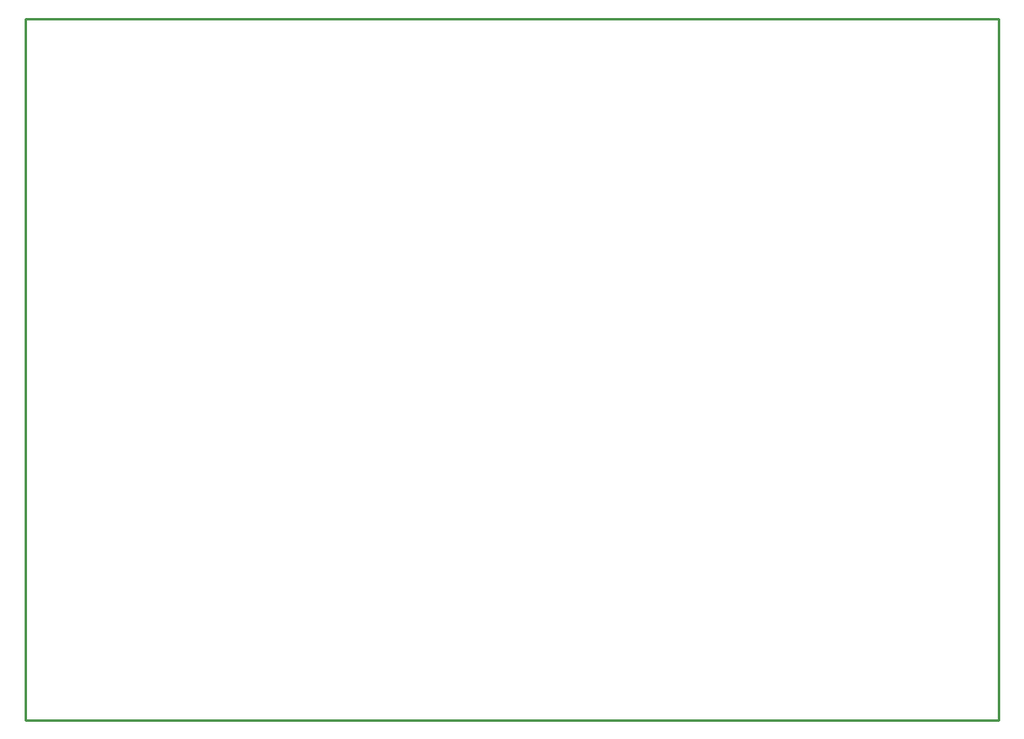
<source format=gko>
G04 EAGLE Gerber RS-274X export*
G75*
%MOMM*%
%FSLAX34Y34*%
%LPD*%
%AMOC8*
5,1,8,0,0,1.08239X$1,22.5*%
G01*
%ADD10C,0.254000*%


D10*
X0Y274000D02*
X1005800Y274000D01*
X1005800Y1000000D01*
X0Y1000000D01*
X0Y274000D01*
M02*

</source>
